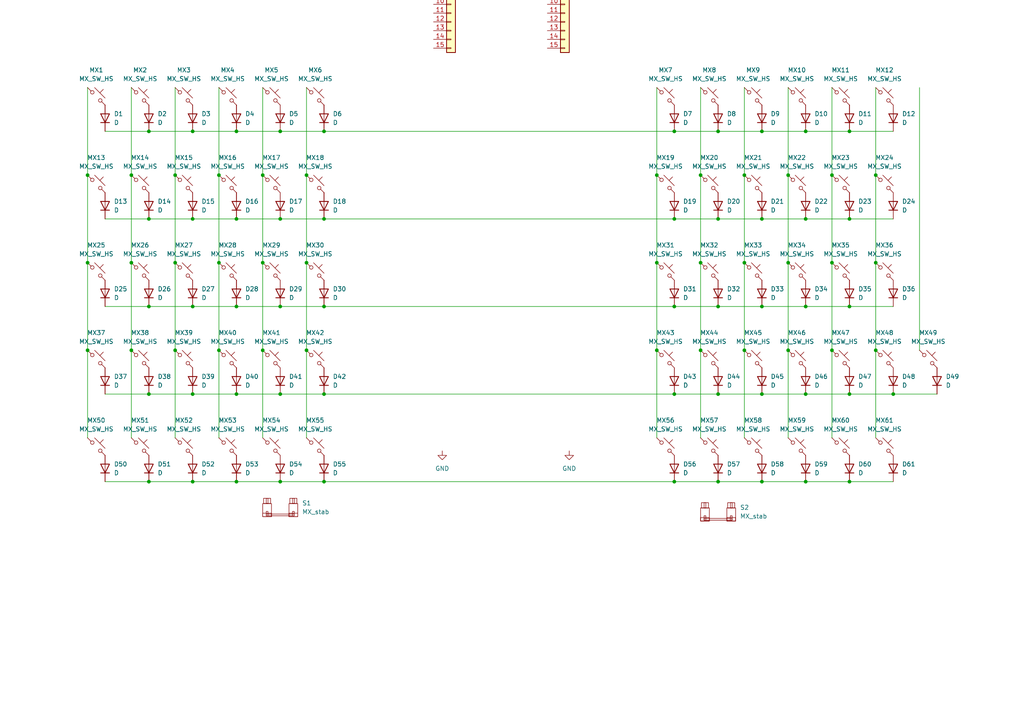
<source format=kicad_sch>
(kicad_sch (version 20231120) (generator "eeschema") (generator_version "8.0")
  (paper "A4")
  (junction (at 88.9 50.8))
  (junction (at 38.1 101.6))
  (junction (at 190.5 76.2))
  (junction (at 63.5 50.8))
  (junction (at 63.5 76.2))
  (junction (at 203.2 76.2))
  (junction (at 43.18 88.9))
  (junction (at 220.98 88.9))
  (junction (at 38.1 50.8))
  (junction (at 233.68 139.7))
  (junction (at 195.58 139.7))
  (junction (at 208.28 38.1))
  (junction (at 203.2 101.6))
  (junction (at 43.18 114.3))
  (junction (at 76.2 101.6))
  (junction (at 195.58 38.1))
  (junction (at 76.2 50.8))
  (junction (at 93.98 114.3))
  (junction (at 215.9 76.2))
  (junction (at 254 50.8))
  (junction (at 25.4 101.6))
  (junction (at 93.98 88.9))
  (junction (at 228.6 101.6))
  (junction (at 81.28 38.1))
  (junction (at 81.28 63.5))
  (junction (at 246.38 63.5))
  (junction (at 93.98 63.5))
  (junction (at 81.28 88.9))
  (junction (at 233.68 88.9))
  (junction (at 220.98 139.7))
  (junction (at 63.5 101.6))
  (junction (at 254 101.6))
  (junction (at 246.38 38.1))
  (junction (at 38.1 76.2))
  (junction (at 208.28 63.5))
  (junction (at 208.28 88.9))
  (junction (at 76.2 76.2))
  (junction (at 190.5 50.8))
  (junction (at 50.8 50.8))
  (junction (at 203.2 50.8))
  (junction (at 68.58 63.5))
  (junction (at 93.98 38.1))
  (junction (at 233.68 114.3))
  (junction (at 25.4 50.8))
  (junction (at 215.9 101.6))
  (junction (at 43.18 38.1))
  (junction (at 93.98 139.7))
  (junction (at 81.28 139.7))
  (junction (at 50.8 76.2))
  (junction (at 55.88 63.5))
  (junction (at 246.38 139.7))
  (junction (at 55.88 38.1))
  (junction (at 88.9 76.2))
  (junction (at 68.58 38.1))
  (junction (at 43.18 63.5))
  (junction (at 55.88 88.9))
  (junction (at 241.3 50.8))
  (junction (at 195.58 88.9))
  (junction (at 55.88 114.3))
  (junction (at 195.58 63.5))
  (junction (at 195.58 114.3))
  (junction (at 190.5 101.6))
  (junction (at 88.9 101.6))
  (junction (at 220.98 63.5))
  (junction (at 43.18 139.7))
  (junction (at 259.08 114.3))
  (junction (at 220.98 114.3))
  (junction (at 241.3 76.2))
  (junction (at 68.58 139.7))
  (junction (at 254 76.2))
  (junction (at 208.28 139.7))
  (junction (at 233.68 38.1))
  (junction (at 228.6 76.2))
  (junction (at 228.6 50.8))
  (junction (at 25.4 76.2))
  (junction (at 241.3 101.6))
  (junction (at 50.8 101.6))
  (junction (at 68.58 88.9))
  (junction (at 208.28 114.3))
  (junction (at 55.88 139.7))
  (junction (at 233.68 63.5))
  (junction (at 215.9 50.8))
  (junction (at 246.38 88.9))
  (junction (at 220.98 38.1))
  (junction (at 81.28 114.3))
  (junction (at 68.58 114.3))
  (junction (at 246.38 114.3))
  (wire (pts (xy 254 101.6) (xy 254 127)))
  (wire (pts (xy 43.18 38.1) (xy 55.88 38.1)))
  (wire (pts (xy 76.2 76.2) (xy 76.2 101.6)))
  (wire (pts (xy 203.2 25.4) (xy 203.2 50.8)))
  (wire (pts (xy 38.1 101.6) (xy 38.1 127)))
  (wire (pts (xy 63.5 76.2) (xy 63.5 101.6)))
  (wire (pts (xy 38.1 50.8) (xy 38.1 76.2)))
  (wire (pts (xy 93.98 38.1) (xy 195.58 38.1)))
  (wire (pts (xy 246.38 63.5) (xy 259.08 63.5)))
  (wire (pts (xy 63.5 101.6) (xy 63.5 127)))
  (wire (pts (xy 76.2 50.8) (xy 76.2 76.2)))
  (wire (pts (xy 254 76.2) (xy 254 101.6)))
  (wire (pts (xy 76.2 101.6) (xy 76.2 127)))
  (wire (pts (xy 38.1 25.4) (xy 38.1 50.8)))
  (wire (pts (xy 241.3 101.6) (xy 241.3 127)))
  (wire (pts (xy 25.4 101.6) (xy 25.4 127)))
  (wire (pts (xy 76.2 25.4) (xy 76.2 50.8)))
  (wire (pts (xy 220.98 63.5) (xy 233.68 63.5)))
  (wire (pts (xy 228.6 25.4) (xy 228.6 50.8)))
  (wire (pts (xy 259.08 114.3) (xy 271.78 114.3)))
  (wire (pts (xy 88.9 76.2) (xy 88.9 101.6)))
  (wire (pts (xy 30.48 38.1) (xy 43.18 38.1)))
  (wire (pts (xy 190.5 76.2) (xy 190.5 101.6)))
  (wire (pts (xy 68.58 139.7) (xy 81.28 139.7)))
  (wire (pts (xy 228.6 76.2) (xy 228.6 101.6)))
  (wire (pts (xy 195.58 38.1) (xy 208.28 38.1)))
  (wire (pts (xy 241.3 25.4) (xy 241.3 50.8)))
  (wire (pts (xy 203.2 50.8) (xy 203.2 76.2)))
  (wire (pts (xy 195.58 88.9) (xy 208.28 88.9)))
  (wire (pts (xy 220.98 88.9) (xy 233.68 88.9)))
  (wire (pts (xy 68.58 38.1) (xy 81.28 38.1)))
  (wire (pts (xy 43.18 139.7) (xy 55.88 139.7)))
  (wire (pts (xy 220.98 139.7) (xy 233.68 139.7)))
  (wire (pts (xy 246.38 38.1) (xy 259.08 38.1)))
  (wire (pts (xy 93.98 63.5) (xy 195.58 63.5)))
  (wire (pts (xy 220.98 114.3) (xy 233.68 114.3)))
  (wire (pts (xy 233.68 38.1) (xy 246.38 38.1)))
  (wire (pts (xy 215.9 25.4) (xy 215.9 50.8)))
  (wire (pts (xy 233.68 114.3) (xy 246.38 114.3)))
  (wire (pts (xy 215.9 101.6) (xy 215.9 127)))
  (wire (pts (xy 195.58 114.3) (xy 208.28 114.3)))
  (wire (pts (xy 266.7 25.4) (xy 266.7 101.6)))
  (wire (pts (xy 25.4 76.2) (xy 25.4 101.6)))
  (wire (pts (xy 215.9 50.8) (xy 215.9 76.2)))
  (wire (pts (xy 228.6 101.6) (xy 228.6 127)))
  (wire (pts (xy 55.88 88.9) (xy 68.58 88.9)))
  (wire (pts (xy 63.5 50.8) (xy 63.5 76.2)))
  (wire (pts (xy 63.5 25.4) (xy 63.5 50.8)))
  (wire (pts (xy 208.28 63.5) (xy 220.98 63.5)))
  (wire (pts (xy 30.48 63.5) (xy 43.18 63.5)))
  (wire (pts (xy 88.9 101.6) (xy 88.9 127)))
  (wire (pts (xy 208.28 38.1) (xy 220.98 38.1)))
  (wire (pts (xy 55.88 139.7) (xy 68.58 139.7)))
  (wire (pts (xy 208.28 139.7) (xy 220.98 139.7)))
  (wire (pts (xy 68.58 88.9) (xy 81.28 88.9)))
  (wire (pts (xy 233.68 63.5) (xy 246.38 63.5)))
  (wire (pts (xy 190.5 25.4) (xy 190.5 50.8)))
  (wire (pts (xy 241.3 76.2) (xy 241.3 101.6)))
  (wire (pts (xy 190.5 50.8) (xy 190.5 76.2)))
  (wire (pts (xy 254 50.8) (xy 254 76.2)))
  (wire (pts (xy 88.9 50.8) (xy 88.9 76.2)))
  (wire (pts (xy 203.2 101.6) (xy 203.2 127)))
  (wire (pts (xy 55.88 114.3) (xy 68.58 114.3)))
  (wire (pts (xy 43.18 88.9) (xy 55.88 88.9)))
  (wire (pts (xy 233.68 139.7) (xy 246.38 139.7)))
  (wire (pts (xy 30.48 139.7) (xy 43.18 139.7)))
  (wire (pts (xy 88.9 25.4) (xy 88.9 50.8)))
  (wire (pts (xy 50.8 101.6) (xy 50.8 127)))
  (wire (pts (xy 190.5 101.6) (xy 190.5 127)))
  (wire (pts (xy 233.68 88.9) (xy 246.38 88.9)))
  (wire (pts (xy 55.88 63.5) (xy 68.58 63.5)))
  (wire (pts (xy 203.2 76.2) (xy 203.2 101.6)))
  (wire (pts (xy 93.98 88.9) (xy 195.58 88.9)))
  (wire (pts (xy 93.98 114.3) (xy 195.58 114.3)))
  (wire (pts (xy 208.28 114.3) (xy 220.98 114.3)))
  (wire (pts (xy 241.3 50.8) (xy 241.3 76.2)))
  (wire (pts (xy 50.8 76.2) (xy 50.8 101.6)))
  (wire (pts (xy 55.88 38.1) (xy 68.58 38.1)))
  (wire (pts (xy 220.98 38.1) (xy 233.68 38.1)))
  (wire (pts (xy 195.58 63.5) (xy 208.28 63.5)))
  (wire (pts (xy 30.48 114.3) (xy 43.18 114.3)))
  (wire (pts (xy 50.8 50.8) (xy 50.8 76.2)))
  (wire (pts (xy 81.28 139.7) (xy 93.98 139.7)))
  (wire (pts (xy 43.18 63.5) (xy 55.88 63.5)))
  (wire (pts (xy 68.58 114.3) (xy 81.28 114.3)))
  (wire (pts (xy 246.38 114.3) (xy 259.08 114.3)))
  (wire (pts (xy 30.48 88.9) (xy 43.18 88.9)))
  (wire (pts (xy 254 25.4) (xy 254 50.8)))
  (wire (pts (xy 68.58 63.5) (xy 81.28 63.5)))
  (wire (pts (xy 38.1 76.2) (xy 38.1 101.6)))
  (wire (pts (xy 81.28 38.1) (xy 93.98 38.1)))
  (wire (pts (xy 246.38 88.9) (xy 259.08 88.9)))
  (wire (pts (xy 215.9 76.2) (xy 215.9 101.6)))
  (wire (pts (xy 25.4 25.4) (xy 25.4 50.8)))
  (wire (pts (xy 93.98 139.7) (xy 195.58 139.7)))
  (wire (pts (xy 81.28 114.3) (xy 93.98 114.3)))
  (wire (pts (xy 246.38 139.7) (xy 259.08 139.7)))
  (wire (pts (xy 195.58 139.7) (xy 208.28 139.7)))
  (wire (pts (xy 50.8 25.4) (xy 50.8 50.8)))
  (wire (pts (xy 25.4 50.8) (xy 25.4 76.2)))
  (wire (pts (xy 81.28 88.9) (xy 93.98 88.9)))
  (wire (pts (xy 81.28 63.5) (xy 93.98 63.5)))
  (wire (pts (xy 228.6 50.8) (xy 228.6 76.2)))
  (wire (pts (xy 208.28 88.9) (xy 220.98 88.9)))
  (wire (pts (xy 43.18 114.3) (xy 55.88 114.3)))
  (symbol (lib_id "PCM_marbastlib-mx:MX_SW_HS_CPG151101S11") (at 91.44 129.54 0) (unit 1)
    (property "Reference" "MX55" (at 91.44 121.92 0))
    (property "Value" "MX_SW_HS" (at 91.44 124.46 0))
    (property "Footprint" "PCM_marbastlib-mx:SW_MX_HS_CPG151101S11_1u" (effects (hide yes)))
    (property "Description" "Push button switch, normally open, two pins, 45° tilted, Kailh CPG151101S11 for Cherry MX style switches" (effects (hide yes)))
  )
  (symbol (lib_id "PCM_marbastlib-mx:MX_SW_HS_CPG151101S11") (at 256.54 78.74 0) (unit 1)
    (property "Reference" "MX36" (at 256.54 71.12 0))
    (property "Value" "MX_SW_HS" (at 256.54 73.66 0))
    (property "Footprint" "PCM_marbastlib-mx:SW_MX_HS_CPG151101S11_1.75u" (effects (hide yes)))
    (property "Description" "Push button switch, normally open, two pins, 45° tilted, Kailh CPG151101S11 for Cherry MX style switches" (effects (hide yes)))
  )
  (symbol (lib_id "PCM_marbastlib-mx:MX_SW_HS_CPG151101S11") (at 205.74 104.14 0) (unit 1)
    (property "Reference" "MX44" (at 205.74 96.52 0))
    (property "Value" "MX_SW_HS" (at 205.74 99.06 0))
    (property "Footprint" "PCM_marbastlib-mx:SW_MX_HS_CPG151101S11_1u" (effects (hide yes)))
    (property "Description" "Push button switch, normally open, two pins, 45° tilted, Kailh CPG151101S11 for Cherry MX style switches" (effects (hide yes)))
  )
  (symbol (lib_id "PCM_marbastlib-mx:MX_SW_HS_CPG151101S11") (at 78.74 129.54 0) (unit 1)
    (property "Reference" "MX54" (at 78.74 121.92 0))
    (property "Value" "MX_SW_HS" (at 78.74 124.46 0))
    (property "Footprint" "PCM_marbastlib-mx:SW_MX_HS_CPG151101S11_1u" (effects (hide yes)))
    (property "Description" "Push button switch, normally open, two pins, 45° tilted, Kailh CPG151101S11 for Cherry MX style switches" (effects (hide yes)))
  )
  (symbol (lib_id "PCM_marbastlib-mx:MX_SW_HS_CPG151101S11") (at 53.34 53.34 0) (unit 1)
    (property "Reference" "MX15" (at 53.34 45.72 0))
    (property "Value" "MX_SW_HS" (at 53.34 48.26 0))
    (property "Footprint" "PCM_marbastlib-mx:SW_MX_HS_CPG151101S11_1u" (effects (hide yes)))
    (property "Description" "Push button switch, normally open, two pins, 45° tilted, Kailh CPG151101S11 for Cherry MX style switches" (effects (hide yes)))
  )
  (symbol (lib_id "Device:D") (at 246.38 34.29 90) (unit 1)
    (property "Reference" "D11" (at 248.92 33.0199 90) (effects (justify right)))
    (property "Value" "D" (at 248.92 35.5599 90) (effects (justify right)))
    (property "Footprint" "Diode_SMD:D_SOD-123" (effects (hide yes)))
    (property "Description" "Diode" (effects (hide yes)))
    (property "Sim.Device" "D" (effects (hide yes)))
    (property "Sim.Pins" "1=K 2=A" (effects (hide yes)))
  )
  (symbol (lib_id "Device:D") (at 68.58 59.69 90) (unit 1)
    (property "Reference" "D16" (at 71.12 58.4199 90) (effects (justify right)))
    (property "Value" "D" (at 71.12 60.9599 90) (effects (justify right)))
    (property "Footprint" "Diode_SMD:D_SOD-123" (effects (hide yes)))
    (property "Description" "Diode" (effects (hide yes)))
    (property "Sim.Device" "D" (effects (hide yes)))
    (property "Sim.Pins" "1=K 2=A" (effects (hide yes)))
  )
  (symbol (lib_id "Device:D") (at 246.38 110.49 90) (unit 1)
    (property "Reference" "D47" (at 248.92 109.2199 90) (effects (justify right)))
    (property "Value" "D" (at 248.92 111.7599 90) (effects (justify right)))
    (property "Footprint" "Diode_SMD:D_SOD-123" (effects (hide yes)))
    (property "Description" "Diode" (effects (hide yes)))
    (property "Sim.Device" "D" (effects (hide yes)))
    (property "Sim.Pins" "1=K 2=A" (effects (hide yes)))
  )
  (symbol (lib_id "PCM_marbastlib-mx:MX_SW_HS_CPG151101S11") (at 256.54 104.14 0) (unit 1)
    (property "Reference" "MX48" (at 256.54 96.52 0))
    (property "Value" "MX_SW_HS" (at 256.54 99.06 0))
    (property "Footprint" "PCM_marbastlib-mx:SW_MX_HS_CPG151101S11_1.25u" (effects (hide yes)))
    (property "Description" "Push button switch, normally open, two pins, 45° tilted, Kailh CPG151101S11 for Cherry MX style switches" (effects (hide yes)))
  )
  (symbol (lib_id "PCM_marbastlib-mx:MX_SW_HS_CPG151101S11") (at 205.74 129.54 0) (unit 1)
    (property "Reference" "MX57" (at 205.74 121.92 0))
    (property "Value" "MX_SW_HS" (at 205.74 124.46 0))
    (property "Footprint" "PCM_marbastlib-mx:SW_MX_HS_CPG151101S11_1u" (effects (hide yes)))
    (property "Description" "Push button switch, normally open, two pins, 45° tilted, Kailh CPG151101S11 for Cherry MX style switches" (effects (hide yes)))
  )
  (symbol (lib_id "Device:D") (at 68.58 34.29 90) (unit 1)
    (property "Reference" "D4" (at 71.12 33.0199 90) (effects (justify right)))
    (property "Value" "D" (at 71.12 35.5599 90) (effects (justify right)))
    (property "Footprint" "Diode_SMD:D_SOD-123" (effects (hide yes)))
    (property "Description" "Diode" (effects (hide yes)))
    (property "Sim.Device" "D" (effects (hide yes)))
    (property "Sim.Pins" "1=K 2=A" (effects (hide yes)))
  )
  (symbol (lib_id "Device:D") (at 271.78 110.49 90) (unit 1)
    (property "Reference" "D49" (at 274.32 109.2199 90) (effects (justify right)))
    (property "Value" "D" (at 274.32 111.7599 90) (effects (justify right)))
    (property "Footprint" "Diode_SMD:D_SOD-123" (effects (hide yes)))
    (property "Description" "Diode" (effects (hide yes)))
    (property "Sim.Device" "D" (effects (hide yes)))
    (property "Sim.Pins" "1=K 2=A" (effects (hide yes)))
  )
  (symbol (lib_id "PCM_marbastlib-mx:MX_SW_HS_CPG151101S11") (at 231.14 27.94 0) (unit 1)
    (property "Reference" "MX10" (at 231.14 20.32 0))
    (property "Value" "MX_SW_HS" (at 231.14 22.86 0))
    (property "Footprint" "PCM_marbastlib-mx:SW_MX_HS_CPG151101S11_1u" (effects (hide yes)))
    (property "Description" "Push button switch, normally open, two pins, 45° tilted, Kailh CPG151101S11 for Cherry MX style switches" (effects (hide yes)))
  )
  (symbol (lib_id "PCM_marbastlib-mx:MX_SW_HS_CPG151101S11") (at 231.14 104.14 0) (unit 1)
    (property "Reference" "MX46" (at 231.14 96.52 0))
    (property "Value" "MX_SW_HS" (at 231.14 99.06 0))
    (property "Footprint" "PCM_marbastlib-mx:SW_MX_HS_CPG151101S11_1u" (effects (hide yes)))
    (property "Description" "Push button switch, normally open, two pins, 45° tilted, Kailh CPG151101S11 for Cherry MX style switches" (effects (hide yes)))
  )
  (symbol (lib_id "PCM_marbastlib-mx:MX_SW_HS_CPG151101S11") (at 193.04 27.94 0) (unit 1)
    (property "Reference" "MX7" (at 193.04 20.32 0))
    (property "Value" "MX_SW_HS" (at 193.04 22.86 0))
    (property "Footprint" "PCM_marbastlib-mx:SW_MX_HS_CPG151101S11_1u" (effects (hide yes)))
    (property "Description" "Push button switch, normally open, two pins, 45° tilted, Kailh CPG151101S11 for Cherry MX style switches" (effects (hide yes)))
  )
  (symbol (lib_id "PCM_marbastlib-mx:MX_SW_HS_CPG151101S11") (at 91.44 53.34 0) (unit 1)
    (property "Reference" "MX18" (at 91.44 45.72 0))
    (property "Value" "MX_SW_HS" (at 91.44 48.26 0))
    (property "Footprint" "PCM_marbastlib-mx:SW_MX_HS_CPG151101S11_1u" (effects (hide yes)))
    (property "Description" "Push button switch, normally open, two pins, 45° tilted, Kailh CPG151101S11 for Cherry MX style switches" (effects (hide yes)))
  )
  (symbol (lib_id "Device:D") (at 93.98 110.49 90) (unit 1)
    (property "Reference" "D42" (at 96.52 109.2199 90) (effects (justify right)))
    (property "Value" "D" (at 96.52 111.7599 90) (effects (justify right)))
    (property "Footprint" "Diode_SMD:D_SOD-123" (effects (hide yes)))
    (property "Description" "Diode" (effects (hide yes)))
    (property "Sim.Device" "D" (effects (hide yes)))
    (property "Sim.Pins" "1=K 2=A" (effects (hide yes)))
  )
  (symbol (lib_id "PCM_marbastlib-mx:MX_SW_HS_CPG151101S11") (at 53.34 129.54 0) (unit 1)
    (property "Reference" "MX52" (at 53.34 121.92 0))
    (property "Value" "MX_SW_HS" (at 53.34 124.46 0))
    (property "Footprint" "PCM_marbastlib-mx:SW_MX_HS_CPG151101S11_1u" (effects (hide yes)))
    (property "Description" "Push button switch, normally open, two pins, 45° tilted, Kailh CPG151101S11 for Cherry MX style switches" (effects (hide yes)))
  )
  (symbol (lib_id "Device:D") (at 43.18 110.49 90) (unit 1)
    (property "Reference" "D38" (at 45.72 109.2199 90) (effects (justify right)))
    (property "Value" "D" (at 45.72 111.7599 90) (effects (justify right)))
    (property "Footprint" "Diode_SMD:D_SOD-123" (effects (hide yes)))
    (property "Description" "Diode" (effects (hide yes)))
    (property "Sim.Device" "D" (effects (hide yes)))
    (property "Sim.Pins" "1=K 2=A" (effects (hide yes)))
  )
  (symbol (lib_id "Device:D") (at 246.38 135.89 90) (unit 1)
    (property "Reference" "D60" (at 248.92 134.6199 90) (effects (justify right)))
    (property "Value" "D" (at 248.92 137.1599 90) (effects (justify right)))
    (property "Footprint" "Diode_SMD:D_SOD-123" (effects (hide yes)))
    (property "Description" "Diode" (effects (hide yes)))
    (property "Sim.Device" "D" (effects (hide yes)))
    (property "Sim.Pins" "1=K 2=A" (effects (hide yes)))
  )
  (symbol (lib_id "Device:D") (at 195.58 85.09 90) (unit 1)
    (property "Reference" "D31" (at 198.12 83.8199 90) (effects (justify right)))
    (property "Value" "D" (at 198.12 86.3599 90) (effects (justify right)))
    (property "Footprint" "Diode_SMD:D_SOD-123" (effects (hide yes)))
    (property "Description" "Diode" (effects (hide yes)))
    (property "Sim.Device" "D" (effects (hide yes)))
    (property "Sim.Pins" "1=K 2=A" (effects (hide yes)))
  )
  (symbol (lib_id "PCM_marbastlib-mx:MX_SW_HS_CPG151101S11") (at 27.94 27.94 0) (unit 1)
    (property "Reference" "MX1" (at 27.94 20.32 0))
    (property "Value" "MX_SW_HS" (at 27.94 22.86 0))
    (property "Footprint" "PCM_marbastlib-mx:SW_MX_HS_CPG151101S11_1u" (effects (hide yes)))
    (property "Description" "Push button switch, normally open, two pins, 45° tilted, Kailh CPG151101S11 for Cherry MX style switches" (effects (hide yes)))
  )
  (symbol (lib_id "PCM_marbastlib-mx:MX_SW_HS_CPG151101S11") (at 40.64 53.34 0) (unit 1)
    (property "Reference" "MX14" (at 40.64 45.72 0))
    (property "Value" "MX_SW_HS" (at 40.64 48.26 0))
    (property "Footprint" "PCM_marbastlib-mx:SW_MX_HS_CPG151101S11_1u" (effects (hide yes)))
    (property "Description" "Push button switch, normally open, two pins, 45° tilted, Kailh CPG151101S11 for Cherry MX style switches" (effects (hide yes)))
  )
  (symbol (lib_id "Device:D") (at 30.48 110.49 90) (unit 1)
    (property "Reference" "D37" (at 33.02 109.2199 90) (effects (justify right)))
    (property "Value" "D" (at 33.02 111.7599 90) (effects (justify right)))
    (property "Footprint" "Diode_SMD:D_SOD-123" (effects (hide yes)))
    (property "Description" "Diode" (effects (hide yes)))
    (property "Sim.Device" "D" (effects (hide yes)))
    (property "Sim.Pins" "1=K 2=A" (effects (hide yes)))
  )
  (symbol (lib_id "Device:D") (at 55.88 110.49 90) (unit 1)
    (property "Reference" "D39" (at 58.42 109.2199 90) (effects (justify right)))
    (property "Value" "D" (at 58.42 111.7599 90) (effects (justify right)))
    (property "Footprint" "Diode_SMD:D_SOD-123" (effects (hide yes)))
    (property "Description" "Diode" (effects (hide yes)))
    (property "Sim.Device" "D" (effects (hide yes)))
    (property "Sim.Pins" "1=K 2=A" (effects (hide yes)))
  )
  (symbol (lib_id "PCM_marbastlib-mx:MX_SW_HS_CPG151101S11") (at 218.44 53.34 0) (unit 1)
    (property "Reference" "MX21" (at 218.44 45.72 0))
    (property "Value" "MX_SW_HS" (at 218.44 48.26 0))
    (property "Footprint" "PCM_marbastlib-mx:SW_MX_HS_CPG151101S11_1u" (effects (hide yes)))
    (property "Description" "Push button switch, normally open, two pins, 45° tilted, Kailh CPG151101S11 for Cherry MX style switches" (effects (hide yes)))
  )
  (symbol (lib_id "PCM_marbastlib-mx:MX_SW_HS_CPG151101S11") (at 218.44 129.54 0) (unit 1)
    (property "Reference" "MX58" (at 218.44 121.92 0))
    (property "Value" "MX_SW_HS" (at 218.44 124.46 0))
    (property "Footprint" "PCM_marbastlib-mx:SW_MX_HS_CPG151101S11_1.25u" (effects (hide yes)))
    (property "Description" "Push button switch, normally open, two pins, 45° tilted, Kailh CPG151101S11 for Cherry MX style switches" (effects (hide yes)))
  )
  (symbol (lib_id "Device:D") (at 208.28 85.09 90) (unit 1)
    (property "Reference" "D32" (at 210.82 83.8199 90) (effects (justify right)))
    (property "Value" "D" (at 210.82 86.3599 90) (effects (justify right)))
    (property "Footprint" "Diode_SMD:D_SOD-123" (effects (hide yes)))
    (property "Description" "Diode" (effects (hide yes)))
    (property "Sim.Device" "D" (effects (hide yes)))
    (property "Sim.Pins" "1=K 2=A" (effects (hide yes)))
  )
  (symbol (lib_id "PCM_marbastlib-mx:MX_SW_HS_CPG151101S11") (at 53.34 104.14 0) (unit 1)
    (property "Reference" "MX39" (at 53.34 96.52 0))
    (property "Value" "MX_SW_HS" (at 53.34 99.06 0))
    (property "Footprint" "PCM_marbastlib-mx:SW_MX_HS_CPG151101S11_1u" (effects (hide yes)))
    (property "Description" "Push button switch, normally open, two pins, 45° tilted, Kailh CPG151101S11 for Cherry MX style switches" (effects (hide yes)))
  )
  (symbol (lib_id "PCM_marbastlib-mx:MX_SW_HS_CPG151101S11") (at 193.04 78.74 0) (unit 1)
    (property "Reference" "MX31" (at 193.04 71.12 0))
    (property "Value" "MX_SW_HS" (at 193.04 73.66 0))
    (property "Footprint" "PCM_marbastlib-mx:SW_MX_HS_CPG151101S11_1u" (effects (hide yes)))
    (property "Description" "Push button switch, normally open, two pins, 45° tilted, Kailh CPG151101S11 for Cherry MX style switches" (effects (hide yes)))
  )
  (symbol (lib_id "PCM_marbastlib-mx:MX_SW_HS_CPG151101S11") (at 243.84 27.94 0) (unit 1)
    (property "Reference" "MX11" (at 243.84 20.32 0))
    (property "Value" "MX_SW_HS" (at 243.84 22.86 0))
    (property "Footprint" "PCM_marbastlib-mx:SW_MX_HS_CPG151101S11_1u" (effects (hide yes)))
    (property "Description" "Push button switch, normally open, two pins, 45° tilted, Kailh CPG151101S11 for Cherry MX style switches" (effects (hide yes)))
  )
  (symbol (lib_id "Device:D") (at 208.28 110.49 90) (unit 1)
    (property "Reference" "D44" (at 210.82 109.2199 90) (effects (justify right)))
    (property "Value" "D" (at 210.82 111.7599 90) (effects (justify right)))
    (property "Footprint" "Diode_SMD:D_SOD-123" (effects (hide yes)))
    (property "Description" "Diode" (effects (hide yes)))
    (property "Sim.Device" "D" (effects (hide yes)))
    (property "Sim.Pins" "1=K 2=A" (effects (hide yes)))
  )
  (symbol (lib_id "PCM_marbastlib-mx:MX_SW_HS_CPG151101S11") (at 40.64 27.94 0) (unit 1)
    (property "Reference" "MX2" (at 40.64 20.32 0))
    (property "Value" "MX_SW_HS" (at 40.64 22.86 0))
    (property "Footprint" "PCM_marbastlib-mx:SW_MX_HS_CPG151101S11_1u" (effects (hide yes)))
    (property "Description" "Push button switch, normally open, two pins, 45° tilted, Kailh CPG151101S11 for Cherry MX style switches" (effects (hide yes)))
  )
  (symbol (lib_id "PCM_marbastlib-mx:MX_SW_HS_CPG151101S11") (at 40.64 104.14 0) (unit 1)
    (property "Reference" "MX38" (at 40.64 96.52 0))
    (property "Value" "MX_SW_HS" (at 40.64 99.06 0))
    (property "Footprint" "PCM_marbastlib-mx:SW_MX_HS_CPG151101S11_1u" (effects (hide yes)))
    (property "Description" "Push button switch, normally open, two pins, 45° tilted, Kailh CPG151101S11 for Cherry MX style switches" (effects (hide yes)))
  )
  (symbol (lib_id "PCM_marbastlib-mx:MX_SW_HS_CPG151101S11") (at 27.94 78.74 0) (unit 1)
    (property "Reference" "MX25" (at 27.94 71.12 0))
    (property "Value" "MX_SW_HS" (at 27.94 73.66 0))
    (property "Footprint" "PCM_marbastlib-mx:SW_MX_HS_CPG151101S11_1.75u" (effects (hide yes)))
    (property "Description" "Push button switch, normally open, two pins, 45° tilted, Kailh CPG151101S11 for Cherry MX style switches" (effects (hide yes)))
  )
  (symbol (lib_id "Device:D") (at 259.08 34.29 90) (unit 1)
    (property "Reference" "D12" (at 261.62 33.0199 90) (effects (justify right)))
    (property "Value" "D" (at 261.62 35.5599 90) (effects (justify right)))
    (property "Footprint" "Diode_SMD:D_SOD-123" (effects (hide yes)))
    (property "Description" "Diode" (effects (hide yes)))
    (property "Sim.Device" "D" (effects (hide yes)))
    (property "Sim.Pins" "1=K 2=A" (effects (hide yes)))
  )
  (symbol (lib_id "PCM_marbastlib-mx:MX_SW_HS_CPG151101S11") (at 269.24 104.14 0) (unit 1)
    (property "Reference" "MX49" (at 269.24 96.52 0))
    (property "Value" "MX_SW_HS" (at 269.24 99.06 0))
    (property "Footprint" "PCM_marbastlib-mx:SW_MX_HS_CPG151101S11_1u" (effects (hide yes)))
    (property "Description" "Push button switch, normally open, two pins, 45° tilted, Kailh CPG151101S11 for Cherry MX style switches" (effects (hide yes)))
  )
  (symbol (lib_id "Device:D") (at 195.58 34.29 90) (unit 1)
    (property "Reference" "D7" (at 198.12 33.0199 90) (effects (justify right)))
    (property "Value" "D" (at 198.12 35.5599 90) (effects (justify right)))
    (property "Footprint" "Diode_SMD:D_SOD-123" (effects (hide yes)))
    (property "Description" "Diode" (effects (hide yes)))
    (property "Sim.Device" "D" (effects (hide yes)))
    (property "Sim.Pins" "1=K 2=A" (effects (hide yes)))
  )
  (symbol (lib_id "Device:D") (at 68.58 85.09 90) (unit 1)
    (property "Reference" "D28" (at 71.12 83.8199 90) (effects (justify right)))
    (property "Value" "D" (at 71.12 86.3599 90) (effects (justify right)))
    (property "Footprint" "Diode_SMD:D_SOD-123" (effects (hide yes)))
    (property "Description" "Diode" (effects (hide yes)))
    (property "Sim.Device" "D" (effects (hide yes)))
    (property "Sim.Pins" "1=K 2=A" (effects (hide yes)))
  )
  (symbol (lib_id "PCM_marbastlib-mx:MX_SW_HS_CPG151101S11") (at 231.14 129.54 0) (unit 1)
    (property "Reference" "MX59" (at 231.14 121.92 0))
    (property "Value" "MX_SW_HS" (at 231.14 124.46 0))
    (property "Footprint" "PCM_marbastlib-mx:SW_MX_HS_CPG151101S11_1.25u" (effects (hide yes)))
    (property "Description" "Push button switch, normally open, two pins, 45° tilted, Kailh CPG151101S11 for Cherry MX style switches" (effects (hide yes)))
  )
  (symbol (lib_id "Device:D") (at 246.38 85.09 90) (unit 1)
    (property "Reference" "D35" (at 248.92 83.8199 90) (effects (justify right)))
    (property "Value" "D" (at 248.92 86.3599 90) (effects (justify right)))
    (property "Footprint" "Diode_SMD:D_SOD-123" (effects (hide yes)))
    (property "Description" "Diode" (effects (hide yes)))
    (property "Sim.Device" "D" (effects (hide yes)))
    (property "Sim.Pins" "1=K 2=A" (effects (hide yes)))
  )
  (symbol (lib_id "Device:D") (at 81.28 85.09 90) (unit 1)
    (property "Reference" "D29" (at 83.82 83.8199 90) (effects (justify right)))
    (property "Value" "D" (at 83.82 86.3599 90) (effects (justify right)))
    (property "Footprint" "Diode_SMD:D_SOD-123" (effects (hide yes)))
    (property "Description" "Diode" (effects (hide yes)))
    (property "Sim.Device" "D" (effects (hide yes)))
    (property "Sim.Pins" "1=K 2=A" (effects (hide yes)))
  )
  (symbol (lib_id "PCM_marbastlib-mx:MX_SW_HS_CPG151101S11") (at 53.34 78.74 0) (unit 1)
    (property "Reference" "MX27" (at 53.34 71.12 0))
    (property "Value" "MX_SW_HS" (at 53.34 73.66 0))
    (property "Footprint" "PCM_marbastlib-mx:SW_MX_HS_CPG151101S11_1u" (effects (hide yes)))
    (property "Description" "Push button switch, normally open, two pins, 45° tilted, Kailh CPG151101S11 for Cherry MX style switches" (effects (hide yes)))
  )
  (symbol (lib_id "Device:D") (at 220.98 85.09 90) (unit 1)
    (property "Reference" "D33" (at 223.52 83.8199 90) (effects (justify right)))
    (property "Value" "D" (at 223.52 86.3599 90) (effects (justify right)))
    (property "Footprint" "Diode_SMD:D_SOD-123" (effects (hide yes)))
    (property "Description" "Diode" (effects (hide yes)))
    (property "Sim.Device" "D" (effects (hide yes)))
    (property "Sim.Pins" "1=K 2=A" (effects (hide yes)))
  )
  (symbol (lib_id "Device:D") (at 220.98 59.69 90) (unit 1)
    (property "Reference" "D21" (at 223.52 58.4199 90) (effects (justify right)))
    (property "Value" "D" (at 223.52 60.9599 90) (effects (justify right)))
    (property "Footprint" "Diode_SMD:D_SOD-123" (effects (hide yes)))
    (property "Description" "Diode" (effects (hide yes)))
    (property "Sim.Device" "D" (effects (hide yes)))
    (property "Sim.Pins" "1=K 2=A" (effects (hide yes)))
  )
  (symbol (lib_id "PCM_marbastlib-mx:MX_SW_HS_CPG151101S11") (at 256.54 129.54 0) (unit 1)
    (property "Reference" "MX61" (at 256.54 121.92 0))
    (property "Value" "MX_SW_HS" (at 256.54 124.46 0))
    (property "Footprint" "PCM_marbastlib-mx:SW_MX_HS_CPG151101S11_1.5u" (effects (hide yes)))
    (property "Description" "Push button switch, normally open, two pins, 45° tilted, Kailh CPG151101S11 for Cherry MX style switches" (effects (hide yes)))
  )
  (symbol (lib_id "Device:D") (at 68.58 135.89 90) (unit 1)
    (property "Reference" "D53" (at 71.12 134.6199 90) (effects (justify right)))
    (property "Value" "D" (at 71.12 137.1599 90) (effects (justify right)))
    (property "Footprint" "Diode_SMD:D_SOD-123" (effects (hide yes)))
    (property "Description" "Diode" (effects (hide yes)))
    (property "Sim.Device" "D" (effects (hide yes)))
    (property "Sim.Pins" "1=K 2=A" (effects (hide yes)))
  )
  (symbol (lib_id "Connector_Generic:Conn_01x15") (at 163.83 -3.81 0) (unit 1)
    (property "Reference" "J2" (at 166.37 -5.0801 0) (effects (justify left)))
    (property "Value" "Conn_01x15" (at 166.37 -2.5401 0) (effects (justify left)))
    (property "Footprint" "Connector_PinHeader_2.54mm:PinHeader_1x15_P2.54mm_Vertical" (effects (hide yes)))
    (property "Description" "Generic connector, single row, 01x15, script generated (kicad-library-utils/schlib/autogen/connector/)" (effects (hide yes)))
  )
  (symbol (lib_id "Device:D") (at 43.18 59.69 90) (unit 1)
    (property "Reference" "D14" (at 45.72 58.4199 90) (effects (justify right)))
    (property "Value" "D" (at 45.72 60.9599 90) (effects (justify right)))
    (property "Footprint" "Diode_SMD:D_SOD-123" (effects (hide yes)))
    (property "Description" "Diode" (effects (hide yes)))
    (property "Sim.Device" "D" (effects (hide yes)))
    (property "Sim.Pins" "1=K 2=A" (effects (hide yes)))
  )
  (symbol (lib_id "PCM_marbastlib-mx:MX_stab") (at 208.28 148.59 0) (unit 1)
    (property "Reference" "S2" (at 214.63 147.1929 0) (effects (justify left)))
    (property "Value" "MX_stab" (at 214.63 149.7329 0) (effects (justify left)))
    (property "Footprint" "PCM_marbastlib-mx:STAB_MX_P_2u" (effects (hide yes)))
    (property "Description" "Cherry MX-style stabilizer" (effects (hide yes)))
  )
  (symbol (lib_id "PCM_marbastlib-mx:MX_SW_HS_CPG151101S11") (at 66.04 104.14 0) (unit 1)
    (property "Reference" "MX40" (at 66.04 96.52 0))
    (property "Value" "MX_SW_HS" (at 66.04 99.06 0))
    (property "Footprint" "PCM_marbastlib-mx:SW_MX_HS_CPG151101S11_1u" (effects (hide yes)))
    (property "Description" "Push button switch, normally open, two pins, 45° tilted, Kailh CPG151101S11 for Cherry MX style switches" (effects (hide yes)))
  )
  (symbol (lib_id "PCM_marbastlib-mx:MX_SW_HS_CPG151101S11") (at 218.44 78.74 0) (unit 1)
    (property "Reference" "MX33" (at 218.44 71.12 0))
    (property "Value" "MX_SW_HS" (at 218.44 73.66 0))
    (property "Footprint" "PCM_marbastlib-mx:SW_MX_HS_CPG151101S11_1u" (effects (hide yes)))
    (property "Description" "Push button switch, normally open, two pins, 45° tilted, Kailh CPG151101S11 for Cherry MX style switches" (effects (hide yes)))
  )
  (symbol (lib_id "PCM_marbastlib-mx:MX_SW_HS_CPG151101S11") (at 78.74 78.74 0) (unit 1)
    (property "Reference" "MX29" (at 78.74 71.12 0))
    (property "Value" "MX_SW_HS" (at 78.74 73.66 0))
    (property "Footprint" "PCM_marbastlib-mx:SW_MX_HS_CPG151101S11_1u" (effects (hide yes)))
    (property "Description" "Push button switch, normally open, two pins, 45° tilted, Kailh CPG151101S11 for Cherry MX style switches" (effects (hide yes)))
  )
  (symbol (lib_id "Device:D") (at 93.98 34.29 90) (unit 1)
    (property "Reference" "D6" (at 96.52 33.0199 90) (effects (justify right)))
    (property "Value" "D" (at 96.52 35.5599 90) (effects (justify right)))
    (property "Footprint" "Diode_SMD:D_SOD-123" (effects (hide yes)))
    (property "Description" "Diode" (effects (hide yes)))
    (property "Sim.Device" "D" (effects (hide yes)))
    (property "Sim.Pins" "1=K 2=A" (effects (hide yes)))
  )
  (symbol (lib_id "Device:D") (at 233.68 34.29 90) (unit 1)
    (property "Reference" "D10" (at 236.22 33.0199 90) (effects (justify right)))
    (property "Value" "D" (at 236.22 35.5599 90) (effects (justify right)))
    (property "Footprint" "Diode_SMD:D_SOD-123" (effects (hide yes)))
    (property "Description" "Diode" (effects (hide yes)))
    (property "Sim.Device" "D" (effects (hide yes)))
    (property "Sim.Pins" "1=K 2=A" (effects (hide yes)))
  )
  (symbol (lib_id "Device:D") (at 233.68 59.69 90) (unit 1)
    (property "Reference" "D22" (at 236.22 58.4199 90) (effects (justify right)))
    (property "Value" "D" (at 236.22 60.9599 90) (effects (justify right)))
    (property "Footprint" "Diode_SMD:D_SOD-123" (effects (hide yes)))
    (property "Description" "Diode" (effects (hide yes)))
    (property "Sim.Device" "D" (effects (hide yes)))
    (property "Sim.Pins" "1=K 2=A" (effects (hide yes)))
  )
  (symbol (lib_id "PCM_marbastlib-mx:MX_SW_HS_CPG151101S11") (at 53.34 27.94 0) (unit 1)
    (property "Reference" "MX3" (at 53.34 20.32 0))
    (property "Value" "MX_SW_HS" (at 53.34 22.86 0))
    (property "Footprint" "PCM_marbastlib-mx:SW_MX_HS_CPG151101S11_1u" (effects (hide yes)))
    (property "Description" "Push button switch, normally open, two pins, 45° tilted, Kailh CPG151101S11 for Cherry MX style switches" (effects (hide yes)))
  )
  (symbol (lib_id "Device:D") (at 68.58 110.49 90) (unit 1)
    (property "Reference" "D40" (at 71.12 109.2199 90) (effects (justify right)))
    (property "Value" "D" (at 71.12 111.7599 90) (effects (justify right)))
    (property "Footprint" "Diode_SMD:D_SOD-123" (effects (hide yes)))
    (property "Description" "Diode" (effects (hide yes)))
    (property "Sim.Device" "D" (effects (hide yes)))
    (property "Sim.Pins" "1=K 2=A" (effects (hide yes)))
  )
  (symbol (lib_id "Device:D") (at 93.98 59.69 90) (unit 1)
    (property "Reference" "D18" (at 96.52 58.4199 90) (effects (justify right)))
    (property "Value" "D" (at 96.52 60.9599 90) (effects (justify right)))
    (property "Footprint" "Diode_SMD:D_SOD-123" (effects (hide yes)))
    (property "Description" "Diode" (effects (hide yes)))
    (property "Sim.Device" "D" (effects (hide yes)))
    (property "Sim.Pins" "1=K 2=A" (effects (hide yes)))
  )
  (symbol (lib_id "Device:D") (at 81.28 34.29 90) (unit 1)
    (property "Reference" "D5" (at 83.82 33.0199 90) (effects (justify right)))
    (property "Value" "D" (at 83.82 35.5599 90) (effects (justify right)))
    (property "Footprint" "Diode_SMD:D_SOD-123" (effects (hide yes)))
    (property "Description" "Diode" (effects (hide yes)))
    (property "Sim.Device" "D" (effects (hide yes)))
    (property "Sim.Pins" "1=K 2=A" (effects (hide yes)))
  )
  (symbol (lib_id "PCM_marbastlib-mx:MX_SW_HS_CPG151101S11") (at 40.64 129.54 0) (unit 1)
    (property "Reference" "MX51" (at 40.64 121.92 0))
    (property "Value" "MX_SW_HS" (at 40.64 124.46 0))
    (property "Footprint" "PCM_marbastlib-mx:SW_MX_HS_CPG151101S11_1.25u" (effects (hide yes)))
    (property "Description" "Push button switch, normally open, two pins, 45° tilted, Kailh CPG151101S11 for Cherry MX style switches" (effects (hide yes)))
  )
  (symbol (lib_id "PCM_marbastlib-mx:MX_SW_HS_CPG151101S11") (at 205.74 78.74 0) (unit 1)
    (property "Reference" "MX32" (at 205.74 71.12 0))
    (property "Value" "MX_SW_HS" (at 205.74 73.66 0))
    (property "Footprint" "PCM_marbastlib-mx:SW_MX_HS_CPG151101S11_1u" (effects (hide yes)))
    (property "Description" "Push button switch, normally open, two pins, 45° tilted, Kailh CPG151101S11 for Cherry MX style switches" (effects (hide yes)))
  )
  (symbol (lib_id "Device:D") (at 220.98 110.49 90) (unit 1)
    (property "Reference" "D45" (at 223.52 109.2199 90) (effects (justify right)))
    (property "Value" "D" (at 223.52 111.7599 90) (effects (justify right)))
    (property "Footprint" "Diode_SMD:D_SOD-123" (effects (hide yes)))
    (property "Description" "Diode" (effects (hide yes)))
    (property "Sim.Device" "D" (effects (hide yes)))
    (property "Sim.Pins" "1=K 2=A" (effects (hide yes)))
  )
  (symbol (lib_id "Device:D") (at 55.88 135.89 90) (unit 1)
    (property "Reference" "D52" (at 58.42 134.6199 90) (effects (justify right)))
    (property "Value" "D" (at 58.42 137.1599 90) (effects (justify right)))
    (property "Footprint" "Diode_SMD:D_SOD-123" (effects (hide yes)))
    (property "Description" "Diode" (effects (hide yes)))
    (property "Sim.Device" "D" (effects (hide yes)))
    (property "Sim.Pins" "1=K 2=A" (effects (hide yes)))
  )
  (symbol (lib_id "Device:D") (at 30.48 59.69 90) (unit 1)
    (property "Reference" "D13" (at 33.02 58.4199 90) (effects (justify right)))
    (property "Value" "D" (at 33.02 60.9599 90) (effects (justify right)))
    (property "Footprint" "Diode_SMD:D_SOD-123" (effects (hide yes)))
    (property "Description" "Diode" (effects (hide yes)))
    (property "Sim.Device" "D" (effects (hide yes)))
    (property "Sim.Pins" "1=K 2=A" (effects (hide yes)))
  )
  (symbol (lib_id "Device:D") (at 208.28 34.29 90) (unit 1)
    (property "Reference" "D8" (at 210.82 33.0199 90) (effects (justify right)))
    (property "Value" "D" (at 210.82 35.5599 90) (effects (justify right)))
    (property "Footprint" "Diode_SMD:D_SOD-123" (effects (hide yes)))
    (property "Description" "Diode" (effects (hide yes)))
    (property "Sim.Device" "D" (effects (hide yes)))
    (property "Sim.Pins" "1=K 2=A" (effects (hide yes)))
  )
  (symbol (lib_id "PCM_marbastlib-mx:MX_SW_HS_CPG151101S11") (at 193.04 104.14 0) (unit 1)
    (property "Reference" "MX43" (at 193.04 96.52 0))
    (property "Value" "MX_SW_HS" (at 193.04 99.06 0))
    (property "Footprint" "PCM_marbastlib-mx:SW_MX_HS_CPG151101S11_1u" (effects (hide yes)))
    (property "Description" "Push button switch, normally open, two pins, 45° tilted, Kailh CPG151101S11 for Cherry MX style switches" (effects (hide yes)))
  )
  (symbol (lib_id "Device:D") (at 81.28 110.49 90) (unit 1)
    (property "Reference" "D41" (at 83.82 109.2199 90) (effects (justify right)))
    (property "Value" "D" (at 83.82 111.7599 90) (effects (justify right)))
    (property "Footprint" "Diode_SMD:D_SOD-123" (effects (hide yes)))
    (property "Description" "Diode" (effects (hide yes)))
    (property "Sim.Device" "D" (effects (hide yes)))
    (property "Sim.Pins" "1=K 2=A" (effects (hide yes)))
  )
  (symbol (lib_id "PCM_marbastlib-mx:MX_SW_HS_CPG151101S11") (at 91.44 104.14 0) (unit 1)
    (property "Reference" "MX42" (at 91.44 96.52 0))
    (property "Value" "MX_SW_HS" (at 91.44 99.06 0))
    (property "Footprint" "PCM_marbastlib-mx:SW_MX_HS_CPG151101S11_1u" (effects (hide yes)))
    (property "Description" "Push button switch, normally open, two pins, 45° tilted, Kailh CPG151101S11 for Cherry MX style switches" (effects (hide yes)))
  )
  (symbol (lib_id "Device:D") (at 55.88 34.29 90) (unit 1)
    (property "Reference" "D3" (at 58.42 33.0199 90) (effects (justify right)))
    (property "Value" "D" (at 58.42 35.5599 90) (effects (justify right)))
    (property "Footprint" "Diode_SMD:D_SOD-123" (effects (hide yes)))
    (property "Description" "Diode" (effects (hide yes)))
    (property "Sim.Device" "D" (effects (hide yes)))
    (property "Sim.Pins" "1=K 2=A" (effects (hide yes)))
  )
  (symbol (lib_id "PCM_marbastlib-mx:MX_SW_HS_CPG151101S11") (at 243.84 129.54 0) (unit 1)
    (property "Reference" "MX60" (at 243.84 121.92 0))
    (property "Value" "MX_SW_HS" (at 243.84 124.46 0))
    (property "Footprint" "PCM_marbastlib-mx:SW_MX_HS_CPG151101S11_1.25u" (effects (hide yes)))
    (property "Description" "Push button switch, normally open, two pins, 45° tilted, Kailh CPG151101S11 for Cherry MX style switches" (effects (hide yes)))
  )
  (symbol (lib_id "power:GND") (at 128.27 130.81 0) (unit 1)
    (property "Reference" "#PWR01" (effects (hide yes)))
    (property "Value" "GND" (at 128.27 135.89 0))
    (property "Description" "Power symbol creates a global label with name \"GND\" , ground" (effects (hide yes)))
  )
  (symbol (lib_id "Device:D") (at 208.28 135.89 90) (unit 1)
    (property "Reference" "D57" (at 210.82 134.6199 90) (effects (justify right)))
    (property "Value" "D" (at 210.82 137.1599 90) (effects (justify right)))
    (property "Footprint" "Diode_SMD:D_SOD-123" (effects (hide yes)))
    (property "Description" "Diode" (effects (hide yes)))
    (property "Sim.Device" "D" (effects (hide yes)))
    (property "Sim.Pins" "1=K 2=A" (effects (hide yes)))
  )
  (symbol (lib_id "Device:D") (at 30.48 135.89 90) (unit 1)
    (property "Reference" "D50" (at 33.02 134.6199 90) (effects (justify right)))
    (property "Value" "D" (at 33.02 137.1599 90) (effects (justify right)))
    (property "Footprint" "Diode_SMD:D_SOD-123" (effects (hide yes)))
    (property "Description" "Diode" (effects (hide yes)))
    (property "Sim.Device" "D" (effects (hide yes)))
    (property "Sim.Pins" "1=K 2=A" (effects (hide yes)))
  )
  (symbol (lib_id "PCM_marbastlib-mx:MX_SW_HS_CPG151101S11") (at 231.14 78.74 0) (unit 1)
    (property "Reference" "MX34" (at 231.14 71.12 0))
    (property "Value" "MX_SW_HS" (at 231.14 73.66 0))
    (property "Footprint" "PCM_marbastlib-mx:SW_MX_HS_CPG151101S11_1u" (effects (hide yes)))
    (property "Description" "Push button switch, normally open, two pins, 45° tilted, Kailh CPG151101S11 for Cherry MX style switches" (effects (hide yes)))
  )
  (symbol (lib_id "Device:D") (at 93.98 135.89 90) (unit 1)
    (property "Reference" "D55" (at 96.52 134.6199 90) (effects (justify right)))
    (property "Value" "D" (at 96.52 137.1599 90) (effects (justify right)))
    (property "Footprint" "Diode_SMD:D_SOD-123" (effects (hide yes)))
    (property "Description" "Diode" (effects (hide yes)))
    (property "Sim.Device" "D" (effects (hide yes)))
    (property "Sim.Pins" "1=K 2=A" (effects (hide yes)))
  )
  (symbol (lib_id "PCM_marbastlib-mx:MX_SW_HS_CPG151101S11") (at 256.54 53.34 0) (unit 1)
    (property "Reference" "MX24" (at 256.54 45.72 0))
    (property "Value" "MX_SW_HS" (at 256.54 48.26 0))
    (property "Footprint" "PCM_marbastlib-mx:SW_MX_HS_CPG151101S11_1.5u" (effects (hide yes)))
    (property "Description" "Push button switch, normally open, two pins, 45° tilted, Kailh CPG151101S11 for Cherry MX style switches" (effects (hide yes)))
  )
  (symbol (lib_id "Device:D") (at 233.68 85.09 90) (unit 1)
    (property "Reference" "D34" (at 236.22 83.8199 90) (effects (justify right)))
    (property "Value" "D" (at 236.22 86.3599 90) (effects (justify right)))
    (property "Footprint" "Diode_SMD:D_SOD-123" (effects (hide yes)))
    (property "Description" "Diode" (effects (hide yes)))
    (property "Sim.Device" "D" (effects (hide yes)))
    (property "Sim.Pins" "1=K 2=A" (effects (hide yes)))
  )
  (symbol (lib_id "PCM_marbastlib-mx:MX_SW_HS_CPG151101S11") (at 27.94 129.54 0) (unit 1)
    (property "Reference" "MX50" (at 27.94 121.92 0))
    (property "Value" "MX_SW_HS" (at 27.94 124.46 0))
    (property "Footprint" "PCM_marbastlib-mx:SW_MX_HS_CPG151101S11_1.25u" (effects (hide yes)))
    (property "Description" "Push button switch, normally open, two pins, 45° tilted, Kailh CPG151101S11 for Cherry MX style switches" (effects (hide yes)))
  )
  (symbol (lib_id "Device:D") (at 259.08 59.69 90) (unit 1)
    (property "Reference" "D24" (at 261.62 58.4199 90) (effects (justify right)))
    (property "Value" "D" (at 261.62 60.9599 90) (effects (justify right)))
    (property "Footprint" "Diode_SMD:D_SOD-123" (effects (hide yes)))
    (property "Description" "Diode" (effects (hide yes)))
    (property "Sim.Device" "D" (effects (hide yes)))
    (property "Sim.Pins" "1=K 2=A" (effects (hide yes)))
  )
  (symbol (lib_id "PCM_marbastlib-mx:MX_SW_HS_CPG151101S11") (at 243.84 78.74 0) (unit 1)
    (property "Reference" "MX35" (at 243.84 71.12 0))
    (property "Value" "MX_SW_HS" (at 243.84 73.66 0))
    (property "Footprint" "PCM_marbastlib-mx:SW_MX_HS_CPG151101S11_1u" (effects (hide yes)))
    (property "Description" "Push button switch, normally open, two pins, 45° tilted, Kailh CPG151101S11 for Cherry MX style switches" (effects (hide yes)))
  )
  (symbol (lib_id "Device:D") (at 195.58 110.49 90) (unit 1)
    (property "Reference" "D43" (at 198.12 109.2199 90) (effects (justify right)))
    (property "Value" "D" (at 198.12 111.7599 90) (effects (justify right)))
    (property "Footprint" "Diode_SMD:D_SOD-123" (effects (hide yes)))
    (property "Description" "Diode" (effects (hide yes)))
    (property "Sim.Device" "D" (effects (hide yes)))
    (property "Sim.Pins" "1=K 2=A" (effects (hide yes)))
  )
  (symbol (lib_id "PCM_marbastlib-mx:MX_SW_HS_CPG151101S11") (at 91.44 78.74 0) (unit 1)
    (property "Reference" "MX30" (at 91.44 71.12 0))
    (property "Value" "MX_SW_HS" (at 91.44 73.66 0))
    (property "Footprint" "PCM_marbastlib-mx:SW_MX_HS_CPG151101S11_1u" (effects (hide yes)))
    (property "Description" "Push button switch, normally open, two pins, 45° tilted, Kailh CPG151101S11 for Cherry MX style switches" (effects (hide yes)))
  )
  (symbol (lib_id "PCM_marbastlib-mx:MX_SW_HS_CPG151101S11") (at 205.74 27.94 0) (unit 1)
    (property "Reference" "MX8" (at 205.74 20.32 0))
    (property "Value" "MX_SW_HS" (at 205.74 22.86 0))
    (property "Footprint" "PCM_marbastlib-mx:SW_MX_HS_CPG151101S11_1u" (effects (hide yes)))
    (property "Description" "Push button switch, normally open, two pins, 45° tilted, Kailh CPG151101S11 for Cherry MX style switches" (effects (hide yes)))
  )
  (symbol (lib_id "Device:D") (at 259.08 135.89 90) (unit 1)
    (property "Reference" "D61" (at 261.62 134.6199 90) (effects (justify right)))
    (property "Value" "D" (at 261.62 137.1599 90) (effects (justify right)))
    (property "Footprint" "Diode_SMD:D_SOD-123" (effects (hide yes)))
    (property "Description" "Diode" (effects (hide yes)))
    (property "Sim.Device" "D" (effects (hide yes)))
    (property "Sim.Pins" "1=K 2=A" (effects (hide yes)))
  )
  (symbol (lib_id "Device:D") (at 93.98 85.09 90) (unit 1)
    (property "Reference" "D30" (at 96.52 83.8199 90) (effects (justify right)))
    (property "Value" "D" (at 96.52 86.3599 90) (effects (justify right)))
    (property "Footprint" "Diode_SMD:D_SOD-123" (effects (hide yes)))
    (property "Description" "Diode" (effects (hide yes)))
    (property "Sim.Device" "D" (effects (hide yes)))
    (property "Sim.Pins" "1=K 2=A" (effects (hide yes)))
  )
  (symbol (lib_id "PCM_marbastlib-mx:MX_SW_HS_CPG151101S11") (at 78.74 53.34 0) (unit 1)
    (property "Reference" "MX17" (at 78.74 45.72 0))
    (property "Value" "MX_SW_HS" (at 78.74 48.26 0))
    (property "Footprint" "PCM_marbastlib-mx:SW_MX_HS_CPG151101S11_1u" (effects (hide yes)))
    (property "Description" "Push button switch, normally open, two pins, 45° tilted, Kailh CPG151101S11 for Cherry MX style switches" (effects (hide yes)))
  )
  (symbol (lib_id "Device:D") (at 246.38 59.69 90) (unit 1)
    (property "Reference" "D23" (at 248.92 58.4199 90) (effects (justify right)))
    (property "Value" "D" (at 248.92 60.9599 90) (effects (justify right)))
    (property "Footprint" "Diode_SMD:D_SOD-123" (effects (hide yes)))
    (property "Description" "Diode" (effects (hide yes)))
    (property "Sim.Device" "D" (effects (hide yes)))
    (property "Sim.Pins" "1=K 2=A" (effects (hide yes)))
  )
  (symbol (lib_id "PCM_marbastlib-mx:MX_stab") (at 81.28 147.32 0) (unit 1)
    (property "Reference" "S1" (at 87.63 145.9229 0) (effects (justify left)))
    (property "Value" "MX_stab" (at 87.63 148.4629 0) (effects (justify left)))
    (property "Footprint" "PCM_marbastlib-mx:STAB_MX_P_2.25u" (effects (hide yes)))
    (property "Description" "Cherry MX-style stabilizer" (effects (hide yes)))
  )
  (symbol (lib_id "PCM_marbastlib-mx:MX_SW_HS_CPG151101S11") (at 218.44 27.94 0) (unit 1)
    (property "Reference" "MX9" (at 218.44 20.32 0))
    (property "Value" "MX_SW_HS" (at 218.44 22.86 0))
    (property "Footprint" "PCM_marbastlib-mx:SW_MX_HS_CPG151101S11_1u" (effects (hide yes)))
    (property "Description" "Push button switch, normally open, two pins, 45° tilted, Kailh CPG151101S11 for Cherry MX style switches" (effects (hide yes)))
  )
  (symbol (lib_id "Device:D") (at 233.68 110.49 90) (unit 1)
    (property "Reference" "D46" (at 236.22 109.2199 90) (effects (justify right)))
    (property "Value" "D" (at 236.22 111.7599 90) (effects (justify right)))
    (property "Footprint" "Diode_SMD:D_SOD-123" (effects (hide yes)))
    (property "Description" "Diode" (effects (hide yes)))
    (property "Sim.Device" "D" (effects (hide yes)))
    (property "Sim.Pins" "1=K 2=A" (effects (hide yes)))
  )
  (symbol (lib_id "PCM_marbastlib-mx:MX_SW_HS_CPG151101S11") (at 27.94 104.14 0) (unit 1)
    (property "Reference" "MX37" (at 27.94 96.52 0))
    (property "Value" "MX_SW_HS" (at 27.94 99.06 0))
    (property "Footprint" "PCM_marbastlib-mx:SW_MX_HS_CPG151101S11_1.75u" (effects (hide yes)))
    (property "Description" "Push button switch, normally open, two pins, 45° tilted, Kailh CPG151101S11 for Cherry MX style switches" (effects (hide yes)))
  )
  (symbol (lib_id "PCM_marbastlib-mx:MX_SW_HS_CPG151101S11") (at 256.54 27.94 0) (unit 1)
    (property "Reference" "MX12" (at 256.54 20.32 0))
    (property "Value" "MX_SW_HS" (at 256.54 22.86 0))
    (property "Footprint" "PCM_marbastlib-mx:SW_MX_HS_CPG151101S11_1u" (effects (hide yes)))
    (property "Description" "Push button switch, normally open, two pins, 45° tilted, Kailh CPG151101S11 for Cherry MX style switches" (effects (hide yes)))
  )
  (symbol (lib_id "Device:D") (at 195.58 135.89 90) (unit 1)
    (property "Reference" "D56" (at 198.12 134.6199 90) (effects (justify right)))
    (property "Value" "D" (at 198.12 137.1599 90) (effects (justify right)))
    (property "Footprint" "Diode_SMD:D_SOD-123" (effects (hide yes)))
    (property "Description" "Diode" (effects (hide yes)))
    (property "Sim.Device" "D" (effects (hide yes)))
    (property "Sim.Pins" "1=K 2=A" (effects (hide yes)))
  )
  (symbol (lib_id "PCM_marbastlib-mx:MX_SW_HS_CPG151101S11") (at 243.84 104.14 0) (unit 1)
    (property "Reference" "MX47" (at 243.84 96.52 0))
    (property "Value" "MX_SW_HS" (at 243.84 99.06 0))
    (property "Footprint" "PCM_marbastlib-mx:SW_MX_HS_CPG151101S11_1u" (effects (hide yes)))
    (property "Description" "Push button switch, normally open, two pins, 45° tilted, Kailh CPG151101S11 for Cherry MX style switches" (effects (hide yes)))
  )
  (symbol (lib_id "PCM_marbastlib-mx:MX_SW_HS_CPG151101S11") (at 78.74 27.94 0) (unit 1)
    (property "Reference" "MX5" (at 78.74 20.32 0))
    (property "Value" "MX_SW_HS" (at 78.74 22.86 0))
    (property "Footprint" "PCM_marbastlib-mx:SW_MX_HS_CPG151101S11_1u" (effects (hide yes)))
    (property "Description" "Push button switch, normally open, two pins, 45° tilted, Kailh CPG151101S11 for Cherry MX style switches" (effects (hide yes)))
  )
  (symbol (lib_id "PCM_marbastlib-mx:MX_SW_HS_CPG151101S11") (at 91.44 27.94 0) (unit 1)
    (property "Reference" "MX6" (at 91.44 20.32 0))
    (property "Value" "MX_SW_HS" (at 91.44 22.86 0))
    (property "Footprint" "PCM_marbastlib-mx:SW_MX_HS_CPG151101S11_1u" (effects (hide yes)))
    (property "Description" "Push button switch, normally open, two pins, 45° tilted, Kailh CPG151101S11 for Cherry MX style switches" (effects (hide yes)))
  )
  (symbol (lib_id "Device:D") (at 220.98 34.29 90) (unit 1)
    (property "Reference" "D9" (at 223.52 33.0199 90) (effects (justify right)))
    (property "Value" "D" (at 223.52 35.5599 90) (effects (justify right)))
    (property "Footprint" "Diode_SMD:D_SOD-123" (effects (hide yes)))
    (property "Description" "Diode" (effects (hide yes)))
    (property "Sim.Device" "D" (effects (hide yes)))
    (property "Sim.Pins" "1=K 2=A" (effects (hide yes)))
  )
  (symbol (lib_id "Device:D") (at 195.58 59.69 90) (unit 1)
    (property "Reference" "D19" (at 198.12 58.4199 90) (effects (justify right)))
    (property "Value" "D" (at 198.12 60.9599 90) (effects (justify right)))
    (property "Footprint" "Diode_SMD:D_SOD-123" (effects (hide yes)))
    (property "Description" "Diode" (effects (hide yes)))
    (property "Sim.Device" "D" (effects (hide yes)))
    (property "Sim.Pins" "1=K 2=A" (effects (hide yes)))
  )
  (symbol (lib_id "Device:D") (at 259.08 110.49 90) (unit 1)
    (property "Reference" "D48" (at 261.62 109.2199 90) (effects (justify right)))
    (property "Value" "D" (at 261.62 111.7599 90) (effects (justify right)))
    (property "Footprint" "Diode_SMD:D_SOD-123" (effects (hide yes)))
    (property "Description" "Diode" (effects (hide yes)))
    (property "Sim.Device" "D" (effects (hide yes)))
    (property "Sim.Pins" "1=K 2=A" (effects (hide yes)))
  )
  (symbol (lib_id "PCM_marbastlib-mx:MX_SW_HS_CPG151101S11") (at 40.64 78.74 0) (unit 1)
    (property "Reference" "MX26" (at 40.64 71.12 0))
    (property "Value" "MX_SW_HS" (at 40.64 73.66 0))
    (property "Footprint" "PCM_marbastlib-mx:SW_MX_HS_CPG151101S11_1u" (effects (hide yes)))
    (property "Description" "Push button switch, normally open, two pins, 45° tilted, Kailh CPG151101S11 for Cherry MX style switches" (effects (hide yes)))
  )
  (symbol (lib_id "power:GND") (at 165.1 130.81 0) (unit 1)
    (property "Reference" "#PWR02" (effects (hide yes)))
    (property "Value" "GND" (at 165.1 135.89 0))
    (property "Description" "Power symbol creates a global label with name \"GND\" , ground" (effects (hide yes)))
  )
  (symbol (lib_id "Device:D") (at 55.88 85.09 90) (unit 1)
    (property "Reference" "D27" (at 58.42 83.8199 90) (effects (justify right)))
    (property "Value" "D" (at 58.42 86.3599 90) (effects (justify right)))
    (property "Footprint" "Diode_SMD:D_SOD-123" (effects (hide yes)))
    (property "Description" "Diode" (effects (hide yes)))
    (property "Sim.Device" "D" (effects (hide yes)))
    (property "Sim.Pins" "1=K 2=A" (effects (hide yes)))
  )
  (symbol (lib_id "PCM_marbastlib-mx:MX_SW_HS_CPG151101S11") (at 193.04 53.34 0) (unit 1)
    (property "Reference" "MX19" (at 193.04 45.72 0))
    (property "Value" "MX_SW_HS" (at 193.04 48.26 0))
    (property "Footprint" "PCM_marbastlib-mx:SW_MX_HS_CPG151101S11_1u" (effects (hide yes)))
    (property "Description" "Push button switch, normally open, two pins, 45° tilted, Kailh CPG151101S11 for Cherry MX style switches" (effects (hide yes)))
  )
  (symbol (lib_id "PCM_marbastlib-mx:MX_SW_HS_CPG151101S11") (at 218.44 104.14 0) (unit 1)
    (property "Reference" "MX45" (at 218.44 96.52 0))
    (property "Value" "MX_SW_HS" (at 218.44 99.06 0))
    (property "Footprint" "PCM_marbastlib-mx:SW_MX_HS_CPG151101S11_1u" (effects (hide yes)))
    (property "Description" "Push button switch, normally open, two pins, 45° tilted, Kailh CPG151101S11 for Cherry MX style switches" (effects (hide yes)))
  )
  (symbol (lib_id "PCM_marbastlib-mx:MX_SW_HS_CPG151101S11") (at 193.04 129.54 0) (unit 1)
    (property "Reference" "MX56" (at 193.04 121.92 0))
    (property "Value" "MX_SW_HS" (at 193.04 124.46 0))
    (property "Footprint" "PCM_marbastlib-mx:SW_MX_HS_CPG151101S11_1u" (effects (hide yes)))
    (property "Description" "Push button switch, normally open, two pins, 45° tilted, Kailh CPG151101S11 for Cherry MX style switches" (effects (hide yes)))
  )
  (symbol (lib_id "Device:D") (at 208.28 59.69 90) (unit 1)
    (property "Reference" "D20" (at 210.82 58.4199 90) (effects (justify right)))
    (property "Value" "D" (at 210.82 60.9599 90) (effects (justify right)))
    (property "Footprint" "Diode_SMD:D_SOD-123" (effects (hide yes)))
    (property "Description" "Diode" (effects (hide yes)))
    (property "Sim.Device" "D" (effects (hide yes)))
    (property "Sim.Pins" "1=K 2=A" (effects (hide yes)))
  )
  (symbol (lib_id "Connector_Generic:Conn_01x15") (at 130.81 -3.81 0) (unit 1)
    (property "Reference" "J1" (at 133.35 -5.0801 0) (effects (justify left)))
    (property "Value" "Conn_01x15" (at 133.35 -2.5401 0) (effects (justify left)))
    (property "Footprint" "Connector_PinHeader_2.54mm:PinHeader_1x15_P2.54mm_Vertical" (effects (hide yes)))
    (property "Description" "Generic connector, single row, 01x15, script generated (kicad-library-utils/schlib/autogen/connector/)" (effects (hide yes)))
  )
  (symbol (lib_id "Device:D") (at 43.18 135.89 90) (unit 1)
    (property "Reference" "D51" (at 45.72 134.6199 90) (effects (justify right)))
    (property "Value" "D" (at 45.72 137.1599 90) (effects (justify right)))
    (property "Footprint" "Diode_SMD:D_SOD-123" (effects (hide yes)))
    (property "Description" "Diode" (effects (hide yes)))
    (property "Sim.Device" "D" (effects (hide yes)))
    (property "Sim.Pins" "1=K 2=A" (effects (hide yes)))
  )
  (symbol (lib_id "PCM_marbastlib-mx:MX_SW_HS_CPG151101S11") (at 243.84 53.34 0) (unit 1)
    (property "Reference" "MX23" (at 243.84 45.72 0))
    (property "Value" "MX_SW_HS" (at 243.84 48.26 0))
    (property "Footprint" "PCM_marbastlib-mx:SW_MX_HS_CPG151101S11_1u" (effects (hide yes)))
    (property "Description" "Push button switch, normally open, two pins, 45° tilted, Kailh CPG151101S11 for Cherry MX style switches" (effects (hide yes)))
  )
  (symbol (lib_id "Device:D") (at 43.18 85.09 90) (unit 1)
    (property "Reference" "D26" (at 45.72 83.8199 90) (effects (justify right)))
    (property "Value" "D" (at 45.72 86.3599 90) (effects (justify right)))
    (property "Footprint" "Diode_SMD:D_SOD-123" (effects (hide yes)))
    (property "Description" "Diode" (effects (hide yes)))
    (property "Sim.Device" "D" (effects (hide yes)))
    (property "Sim.Pins" "1=K 2=A" (effects (hide yes)))
  )
  (symbol (lib_id "Device:D") (at 220.98 135.89 90) (unit 1)
    (property "Reference" "D58" (at 223.52 134.6199 90) (effects (justify right)))
    (property "Value" "D" (at 223.52 137.1599 90) (effects (justify right)))
    (property "Footprint" "Diode_SMD:D_SOD-123" (effects (hide yes)))
    (property "Description" "Diode" (effects (hide yes)))
    (property "Sim.Device" "D" (effects (hide yes)))
    (property "Sim.Pins" "1=K 2=A" (effects (hide yes)))
  )
  (symbol (lib_id "PCM_marbastlib-mx:MX_SW_HS_CPG151101S11") (at 66.04 53.34 0) (unit 1)
    (property "Reference" "MX16" (at 66.04 45.72 0))
    (property "Value" "MX_SW_HS" (at 66.04 48.26 0))
    (property "Footprint" "PCM_marbastlib-mx:SW_MX_HS_CPG151101S11_1u" (effects (hide yes)))
    (property "Description" "Push button switch, normally open, two pins, 45° tilted, Kailh CPG151101S11 for Cherry MX style switches" (effects (hide yes)))
  )
  (symbol (lib_id "PCM_marbastlib-mx:MX_SW_HS_CPG151101S11") (at 27.94 53.34 0) (unit 1)
    (property "Reference" "MX13" (at 27.94 45.72 0))
    (property "Value" "MX_SW_HS" (at 27.94 48.26 0))
    (property "Footprint" "PCM_marbastlib-mx:SW_MX_HS_CPG151101S11_1.5u" (effects (hide yes)))
    (property "Description" "Push button switch, normally open, two pins, 45° tilted, Kailh CPG151101S11 for Cherry MX style switches" (effects (hide yes)))
  )
  (symbol (lib_id "PCM_marbastlib-mx:MX_SW_HS_CPG151101S11") (at 231.14 53.34 0) (unit 1)
    (property "Reference" "MX22" (at 231.14 45.72 0))
    (property "Value" "MX_SW_HS" (at 231.14 48.26 0))
    (property "Footprint" "PCM_marbastlib-mx:SW_MX_HS_CPG151101S11_1u" (effects (hide yes)))
    (property "Description" "Push button switch, normally open, two pins, 45° tilted, Kailh CPG151101S11 for Cherry MX style switches" (effects (hide yes)))
  )
  (symbol (lib_id "Device:D") (at 81.28 59.69 90) (unit 1)
    (property "Reference" "D17" (at 83.82 58.4199 90) (effects (justify right)))
    (property "Value" "D" (at 83.82 60.9599 90) (effects (justify right)))
    (property "Footprint" "Diode_SMD:D_SOD-123" (effects (hide yes)))
    (property "Description" "Diode" (effects (hide yes)))
    (property "Sim.Device" "D" (effects (hide yes)))
    (property "Sim.Pins" "1=K 2=A" (effects (hide yes)))
  )
  (symbol (lib_id "Device:D") (at 81.28 135.89 90) (unit 1)
    (property "Reference" "D54" (at 83.82 134.6199 90) (effects (justify right)))
    (property "Value" "D" (at 83.82 137.1599 90) (effects (justify right)))
    (property "Footprint" "Diode_SMD:D_SOD-123" (effects (hide yes)))
    (property "Description" "Diode" (effects (hide yes)))
    (property "Sim.Device" "D" (effects (hide yes)))
    (property "Sim.Pins" "1=K 2=A" (effects (hide yes)))
  )
  (symbol (lib_id "Device:D") (at 30.48 34.29 90) (unit 1)
    (property "Reference" "D1" (at 33.02 33.0199 90) (effects (justify right)))
    (property "Value" "D" (at 33.02 35.5599 90) (effects (justify right)))
    (property "Footprint" "Diode_SMD:D_SOD-123" (effects (hide yes)))
    (property "Description" "Diode" (effects (hide yes)))
    (property "Sim.Device" "D" (effects (hide yes)))
    (property "Sim.Pins" "1=K 2=A" (effects (hide yes)))
  )
  (symbol (lib_id "PCM_marbastlib-mx:MX_SW_HS_CPG151101S11") (at 66.04 78.74 0) (unit 1)
    (property "Reference" "MX28" (at 66.04 71.12 0))
    (property "Value" "MX_SW_HS" (at 66.04 73.66 0))
    (property "Footprint" "PCM_marbastlib-mx:SW_MX_HS_CPG151101S11_1u" (effects (hide yes)))
    (property "Description" "Push button switch, normally open, two pins, 45° tilted, Kailh CPG151101S11 for Cherry MX style switches" (effects (hide yes)))
  )
  (symbol (lib_id "Device:D") (at 259.08 85.09 90) (unit 1)
    (property "Reference" "D36" (at 261.62 83.8199 90) (effects (justify right)))
    (property "Value" "D" (at 261.62 86.3599 90) (effects (justify right)))
    (property "Footprint" "Diode_SMD:D_SOD-123" (effects (hide yes)))
    (property "Description" "Diode" (effects (hide yes)))
    (property "Sim.Device" "D" (effects (hide yes)))
    (property "Sim.Pins" "1=K 2=A" (effects (hide yes)))
  )
  (symbol (lib_id "PCM_marbastlib-mx:MX_SW_HS_CPG151101S11") (at 205.74 53.34 0) (unit 1)
    (property "Reference" "MX20" (at 205.74 45.72 0))
    (property "Value" "MX_SW_HS" (at 205.74 48.26 0))
    (property "Footprint" "PCM_marbastlib-mx:SW_MX_HS_CPG151101S11_1u" (effects (hide yes)))
    (property "Description" "Push button switch, normally open, two pins, 45° tilted, Kailh CPG151101S11 for Cherry MX style switches" (effects (hide yes)))
  )
  (symbol (lib_id "PCM_marbastlib-mx:MX_SW_HS_CPG151101S11") (at 78.74 104.14 0) (unit 1)
    (property "Reference" "MX41" (at 78.74 96.52 0))
    (property "Value" "MX_SW_HS" (at 78.74 99.06 0))
    (property "Footprint" "PCM_marbastlib-mx:SW_MX_HS_CPG151101S11_1u" (effects (hide yes)))
    (property "Description" "Push button switch, normally open, two pins, 45° tilted, Kailh CPG151101S11 for Cherry MX style switches" (effects (hide yes)))
  )
  (symbol (lib_id "Device:D") (at 30.48 85.09 90) (unit 1)
    (property "Reference" "D25" (at 33.02 83.8199 90) (effects (justify right)))
    (property "Value" "D" (at 33.02 86.3599 90) (effects (justify right)))
    (property "Footprint" "Diode_SMD:D_SOD-123" (effects (hide yes)))
    (property "Description" "Diode" (effects (hide yes)))
    (property "Sim.Device" "D" (effects (hide yes)))
    (property "Sim.Pins" "1=K 2=A" (effects (hide yes)))
  )
  (symbol (lib_id "Device:D") (at 233.68 135.89 90) (unit 1)
    (property "Reference" "D59" (at 236.22 134.6199 90) (effects (justify right)))
    (property "Value" "D" (at 236.22 137.1599 90) (effects (justify right)))
    (property "Footprint" "Diode_SMD:D_SOD-123" (effects (hide yes)))
    (property "Description" "Diode" (effects (hide yes)))
    (property "Sim.Device" "D" (effects (hide yes)))
    (property "Sim.Pins" "1=K 2=A" (effects (hide yes)))
  )
  (symbol (lib_id "Device:D") (at 43.18 34.29 90) (unit 1)
    (property "Reference" "D2" (at 45.72 33.0199 90) (effects (justify right)))
    (property "Value" "D" (at 45.72 35.5599 90) (effects (justify right)))
    (property "Footprint" "Diode_SMD:D_SOD-123" (effects (hide yes)))
    (property "Description" "Diode" (effects (hide yes)))
    (property "Sim.Device" "D" (effects (hide yes)))
    (property "Sim.Pins" "1=K 2=A" (effects (hide yes)))
  )
  (symbol (lib_id "Device:D") (at 55.88 59.69 90) (unit 1)
    (property "Reference" "D15" (at 58.42 58.4199 90) (effects (justify right)))
    (property "Value" "D" (at 58.42 60.9599 90) (effects (justify right)))
    (property "Footprint" "Diode_SMD:D_SOD-123" (effects (hide yes)))
    (property "Description" "Diode" (effects (hide yes)))
    (property "Sim.Device" "D" (effects (hide yes)))
    (property "Sim.Pins" "1=K 2=A" (effects (hide yes)))
  )
  (symbol (lib_id "PCM_marbastlib-mx:MX_SW_HS_CPG151101S11") (at 66.04 129.54 0) (unit 1)
    (property "Reference" "MX53" (at 66.04 121.92 0))
    (property "Value" "MX_SW_HS" (at 66.04 124.46 0))
    (property "Footprint" "PCM_marbastlib-mx:SW_MX_HS_CPG151101S11_1.25u" (effects (hide yes)))
    (property "Description" "Push button switch, normally open, two pins, 45° tilted, Kailh CPG151101S11 for Cherry MX style switches" (effects (hide yes)))
  )
  (symbol (lib_id "PCM_marbastlib-mx:MX_SW_HS_CPG151101S11") (at 66.04 27.94 0) (unit 1)
    (property "Reference" "MX4" (at 66.04 20.32 0))
    (property "Value" "MX_SW_HS" (at 66.04 22.86 0))
    (property "Footprint" "PCM_marbastlib-mx:SW_MX_HS_CPG151101S11_1u" (effects (hide yes)))
    (property "Description" "Push button switch, normally open, two pins, 45° tilted, Kailh CPG151101S11 for Cherry MX style switches" (effects (hide yes)))
  )
)
</source>
